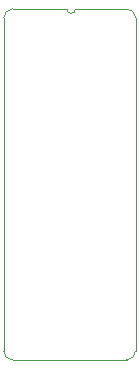
<source format=gbr>
%TF.GenerationSoftware,KiCad,Pcbnew,5.1.9+dfsg1-1+deb11u1*%
%TF.CreationDate,2025-02-19T16:02:58-08:00*%
%TF.ProjectId,soic16,736f6963-3136-42e6-9b69-6361645f7063,rev?*%
%TF.SameCoordinates,Original*%
%TF.FileFunction,Profile,NP*%
%FSLAX46Y46*%
G04 Gerber Fmt 4.6, Leading zero omitted, Abs format (unit mm)*
G04 Created by KiCad (PCBNEW 5.1.9+dfsg1-1+deb11u1) date 2025-02-19 16:02:58*
%MOMM*%
%LPD*%
G01*
G04 APERTURE LIST*
%TA.AperFunction,Profile*%
%ADD10C,0.050000*%
%TD*%
G04 APERTURE END LIST*
D10*
X133858000Y-78740000D02*
X138176000Y-78740000D01*
X133858000Y-78740000D02*
G75*
G02*
X133096000Y-78740000I-381000J0D01*
G01*
X128524000Y-108458000D02*
G75*
G02*
X127762000Y-107696000I0J762000D01*
G01*
X138938000Y-107696000D02*
G75*
G02*
X138176000Y-108458000I-762000J0D01*
G01*
X138176000Y-78740000D02*
G75*
G02*
X138938000Y-79502000I0J-762000D01*
G01*
X127762000Y-79502000D02*
G75*
G02*
X128524000Y-78740000I762000J0D01*
G01*
X127762000Y-107696000D02*
X127762000Y-79502000D01*
X138176000Y-108458000D02*
X128524000Y-108458000D01*
X138938000Y-79502000D02*
X138938000Y-107696000D01*
X128524000Y-78740000D02*
X133096000Y-78740000D01*
M02*

</source>
